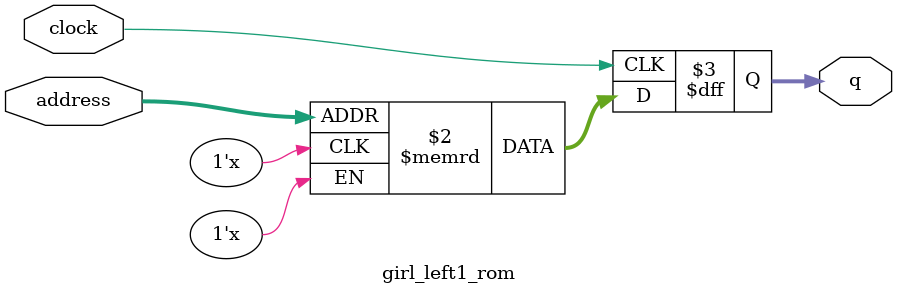
<source format=sv>
module girl_left1_rom (
	input logic clock,
	input logic [9:0] address,
	output logic [3:0] q
);

logic [3:0] memory [0:799] /* synthesis ram_init_file = "./girl_left1/girl_left1.COE" */;

always_ff @ (posedge clock) begin
	q <= memory[address];
end

endmodule

</source>
